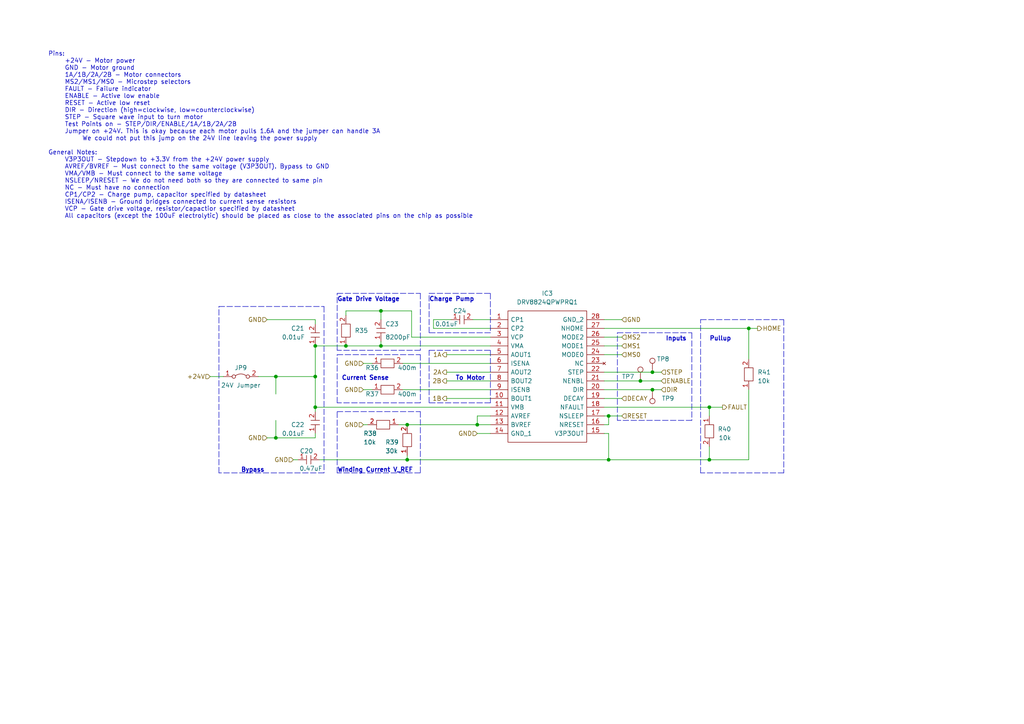
<source format=kicad_sch>
(kicad_sch (version 20211123) (generator eeschema)
  (paper "A4")
  (title_block (title "Stepper Subsystem") (company "The Great Gambit"))
  (lib_symbols
    (symbol "C1210C822K2RACAUTO:C1210C822K2RACAUTO" (pin_names (offset 0.762))
      (property "Reference" "C" (at 8.89 6.35 0))
      (property "Value" "C1210C822K2RACAUTO" (at 8.89 3.81 0))
      (symbol "C1210C822K2RACAUTO_0_0"
        (pin passive line (at 0 0 0) (length 2.45) (name "~") (number "1"))
        (pin passive line (at 6.35 0 180) (length 2.45) (name "~") (number "2"))
      )
      (symbol "C1210C822K2RACAUTO_0_1"
        (polyline (pts (xy 2.54 1.27) (xy 2.54 -1.27)) (stroke (width 0.1524)))
        (polyline (pts (xy 3.81 1.27) (xy 3.81 -1.27)) (stroke (width 0.1524)))
      )
    )
    (symbol "C1812X474K2RACAUTO:C1812X474K2RACAUTO" (pin_names (offset 0.762))
      (property "Reference" "C" (at 8.89 6.35 0))
      (property "Value" "C1812X474K2RACAUTO" (at 8.89 3.81 0))
      (symbol "C1812X474K2RACAUTO_0_0"
        (pin passive line (at 0 0 0) (length 2.45) (name "~") (number "1"))
        (pin passive line (at 6.35 0 180) (length 2.45) (name "~") (number "2"))
      )
      (symbol "C1812X474K2RACAUTO_0_1"
        (polyline (pts (xy 2.54 1.27) (xy 2.54 -1.27)) (stroke (width 0.1524)))
        (polyline (pts (xy 3.81 1.27) (xy 3.81 -1.27)) (stroke (width 0.1524)))
      )
    )
    (symbol "Connector:TestPoint" (pin_numbers hide) (pin_names (offset 0.762) hide)
      (property "Reference" "TP" (at 0 6.858 0))
      (property "Value" "TestPoint" (at 0 5.08 0))
      (symbol "TestPoint_0_1"
        (circle (center 0 3.302) (radius 0.762))
      )
      (symbol "TestPoint_1_1"
        (pin passive line (at 0 0 90) (length 2.54) (name "1") (number "1"))
      )
    )
    (symbol "DRV8824QPWPRQ1:DRV8824QPWPRQ1" (pin_names (offset 0.762))
      (property "Reference" "IC" (at 29.21 7.62 0))
      (property "Value" "DRV8824QPWPRQ1" (at 29.21 5.08 0))
      (symbol "DRV8824QPWPRQ1_0_0"
        (pin passive line (at 0 0 0) (length 5.08) (name "CP1") (number "1"))
        (pin passive line (at 0 -22.86 0) (length 5.08) (name "BOUT1") (number "10"))
        (pin passive line (at 0 -25.4 0) (length 5.08) (name "VMB") (number "11"))
        (pin passive line (at 0 -27.94 0) (length 5.08) (name "AVREF") (number "12"))
        (pin passive line (at 0 -30.48 0) (length 5.08) (name "BVREF") (number "13"))
        (pin passive line (at 0 -33.02 0) (length 5.08) (name "GND_1") (number "14"))
        (pin passive line (at 33.02 -33.02 180) (length 5.08) (name "V3P3OUT") (number "15"))
        (pin passive line (at 33.02 -30.48 180) (length 5.08) (name "NRESET") (number "16"))
        (pin passive line (at 33.02 -27.94 180) (length 5.08) (name "NSLEEP") (number "17"))
        (pin passive line (at 33.02 -25.4 180) (length 5.08) (name "NFAULT") (number "18"))
        (pin passive line (at 33.02 -22.86 180) (length 5.08) (name "DECAY") (number "19"))
        (pin passive line (at 0 -2.54 0) (length 5.08) (name "CP2") (number "2"))
        (pin passive line (at 33.02 -20.32 180) (length 5.08) (name "DIR") (number "20"))
        (pin passive line (at 33.02 -17.78 180) (length 5.08) (name "NENBL") (number "21"))
        (pin passive line (at 33.02 -15.24 180) (length 5.08) (name "STEP") (number "22"))
        (pin no_connect line (at 33.02 -12.7 180) (length 5.08) (name "NC") (number "23"))
        (pin passive line (at 33.02 -10.16 180) (length 5.08) (name "MODE0") (number "24"))
        (pin passive line (at 33.02 -7.62 180) (length 5.08) (name "MODE1") (number "25"))
        (pin passive line (at 33.02 -5.08 180) (length 5.08) (name "MODE2") (number "26"))
        (pin passive line (at 33.02 -2.54 180) (length 5.08) (name "NHOME") (number "27"))
        (pin passive line (at 33.02 0 180) (length 5.08) (name "GND_2") (number "28"))
        (pin passive line (at 0 -5.08 0) (length 5.08) (name "VCP") (number "3"))
        (pin passive line (at 0 -7.62 0) (length 5.08) (name "VMA") (number "4"))
        (pin passive line (at 0 -10.16 0) (length 5.08) (name "AOUT1") (number "5"))
        (pin passive line (at 0 -12.7 0) (length 5.08) (name "ISENA") (number "6"))
        (pin passive line (at 0 -15.24 0) (length 5.08) (name "AOUT2") (number "7"))
        (pin passive line (at 0 -17.78 0) (length 5.08) (name "BOUT2") (number "8"))
        (pin passive line (at 0 -20.32 0) (length 5.08) (name "ISENB") (number "9"))
      )
      (symbol "DRV8824QPWPRQ1_0_1"
        (polyline (pts (xy 5.08 2.54) (xy 27.94 2.54) (xy 27.94 -35.56) (xy 5.08 -35.56) (xy 5.08 2.54)) (stroke (width 0.1524)))
      )
    )
    (symbol "ERJ-PB6B3002V:ERJ-PB6B3002V" (pin_names (offset 0.762))
      (property "Reference" "R" (at 13.97 6.35 0))
      (property "Value" "ERJ-PB6B3002V" (at 13.97 3.81 0))
      (symbol "ERJ-PB6B3002V_0_0"
        (pin passive line (at 0 0 0) (length 2.45) (name "~") (number "1"))
        (pin passive line (at 8.89 0 180) (length 2.45) (name "~") (number "2"))
      )
      (symbol "ERJ-PB6B3002V_0_1"
        (polyline (pts (xy 2.54 1.27) (xy 6.35 1.27) (xy 6.35 -1.27) (xy 2.54 -1.27) (xy 2.54 1.27)) (stroke (width 0.1524)))
      )
    )
    (symbol "GRM033R61A103KA01D:GRM033R61A103KA01D" (pin_names (offset 0.762))
      (property "Reference" "C" (at 8.89 6.35 0))
      (property "Value" "GRM033R61A103KA01D" (at 8.89 3.81 0))
      (symbol "GRM033R61A103KA01D_0_0"
        (pin passive line (at 0 0 0) (length 2.45) (name "~") (number "1"))
        (pin passive line (at 6.35 0 180) (length 2.45) (name "~") (number "2"))
      )
      (symbol "GRM033R61A103KA01D_0_1"
        (polyline (pts (xy 2.54 1.27) (xy 2.54 -1.27)) (stroke (width 0.1524)))
        (polyline (pts (xy 3.81 1.27) (xy 3.81 -1.27)) (stroke (width 0.1524)))
      )
    )
    (symbol "Jumper:Jumper_2_Bridged" (pin_names (offset 0) hide)
      (property "Reference" "JP" (at 0 1.905 0))
      (property "Value" "Jumper_2_Bridged" (at 0 -2.54 0))
      (symbol "Jumper_2_Bridged_0_0"
        (circle (center -2.032 0) (radius 0.508))
        (circle (center 2.032 0) (radius 0.508))
      )
      (symbol "Jumper_2_Bridged_0_1"
        (arc (start 1.524 0.254) (mid 0 0.762) (end -1.524 0.254))
      )
      (symbol "Jumper_2_Bridged_1_1"
        (pin passive line (at -5.08 0 0) (length 2.54) (name "A") (number "1"))
        (pin passive line (at 5.08 0 180) (length 2.54) (name "B") (number "2"))
      )
    )
    (symbol "RMCF1206FT10K0:10k" (pin_names (offset 0.762))
      (property "Reference" "R" (at 13.97 6.35 0))
      (property "Value" "10k" (at 13.97 3.81 0))
      (symbol "10k_0_0"
        (pin passive line (at 0 0 0) (length 2.45) (name "~") (number "1"))
        (pin passive line (at 8.89 0 180) (length 2.45) (name "~") (number "2"))
      )
      (symbol "10k_0_1"
        (polyline (pts (xy 2.54 1.27) (xy 6.35 1.27) (xy 6.35 -1.27) (xy 2.54 -1.27) (xy 2.54 1.27)) (stroke (width 0.1524)))
      )
    )
    (symbol "TNPV08051M00BEEA:TNPV08051M00BEEA" (pin_names (offset 0.762))
      (property "Reference" "R" (at 13.97 6.35 0))
      (symbol "TNPV08051M00BEEA_0_0"
        (pin passive line (at 0 0 0) (length 2.45) (name "~") (number "1"))
        (pin passive line (at 8.89 0 180) (length 2.45) (name "~") (number "2"))
      )
      (symbol "TNPV08051M00BEEA_0_1"
        (polyline (pts (xy 2.54 1.27) (xy 6.35 1.27) (xy 6.35 -1.27) (xy 2.54 -1.27) (xy 2.54 1.27)) (stroke (width 0.1524)))
      )
    )
    (symbol "WSL2010R4000FEA:WSL2010R4000FEA" (pin_names (offset 0.762))
      (property "Reference" "R" (at 13.97 6.35 0))
      (property "Value" "WSL2010R4000FEA" (at 13.97 3.81 0))
      (symbol "WSL2010R4000FEA_0_0"
        (pin passive line (at 0 0 0) (length 2.45) (name "~") (number "1"))
        (pin passive line (at 8.89 0 180) (length 2.45) (name "~") (number "2"))
      )
      (symbol "WSL2010R4000FEA_0_1"
        (polyline (pts (xy 2.54 1.27) (xy 6.35 1.27) (xy 6.35 -1.27) (xy 2.54 -1.27) (xy 2.54 1.27)) (stroke (width 0.1524)))
      )
    )
  )
  (junction (at 80.01 127))
  (junction (at 110.49 100.33))
  (junction (at 176.53 133.35))
  (junction (at 217.17 95.25))
  (junction (at 118.11 123.19))
  (junction (at 205.74 133.35))
  (junction (at 110.49 90.17))
  (junction (at 91.44 109.22))
  (junction (at 91.44 118.11))
  (junction (at 138.43 123.19))
  (junction (at 205.74 118.11))
  (junction (at 189.23 107.95))
  (junction (at 176.53 120.65))
  (junction (at 118.11 133.35))
  (junction (at 189.23 113.03))
  (junction (at 100.33 100.33))
  (junction (at 80.01 109.22))
  (junction (at 185.7502 110.49))
  (junction (at 91.44 100.33))
  (wire (pts (xy 118.11 123.19) (xy 138.43 123.19)))
  (polyline (pts (xy 121.92 85.09) (xy 121.92 101.6)))
  (wire (pts (xy 175.26 110.49) (xy 185.7502 110.49)))
  (wire (pts (xy 175.26 100.33) (xy 180.34 100.33)))
  (polyline (pts (xy 203.2 92.71) (xy 227.33 92.71)))
  (wire (pts (xy 125.73 95.25) (xy 142.24 95.25)))
  (wire (pts (xy 205.74 133.35) (xy 217.17 133.35)))
  (polyline (pts (xy 97.79 102.87) (xy 121.92 102.87)))
  (polyline (pts (xy 142.24 116.84) (xy 124.46 116.84)))
  (wire (pts (xy 105.41 105.41) (xy 107.95 105.41)))
  (wire (pts (xy 129.54 107.95) (xy 142.24 107.95)))
  (wire (pts (xy 80.01 127) (xy 91.44 127)))
  (wire (pts (xy 189.23 113.03) (xy 191.77 113.03)))
  (wire (pts (xy 175.26 102.87) (xy 180.34 102.87)))
  (wire (pts (xy 175.26 123.19) (xy 176.53 123.19)))
  (polyline (pts (xy 97.79 137.16) (xy 97.79 119.38)))
  (wire (pts (xy 60.96 109.22) (xy 64.77 109.22)))
  (wire (pts (xy 91.44 125.73) (xy 91.44 127)))
  (wire (pts (xy 105.41 123.19) (xy 106.68 123.19)))
  (polyline (pts (xy 124.46 101.6) (xy 142.24 101.6)))
  (polyline (pts (xy 142.24 96.52) (xy 124.46 96.52)))
  (wire (pts (xy 176.53 133.35) (xy 205.74 133.35)))
  (wire (pts (xy 205.74 120.65) (xy 205.74 118.11)))
  (wire (pts (xy 175.26 115.57) (xy 180.34 115.57)))
  (polyline (pts (xy 63.5 137.16) (xy 63.5 88.9)))
  (polyline (pts (xy 200.66 96.52) (xy 200.66 121.92)))
  (polyline (pts (xy 203.2 137.16) (xy 203.2 92.71)))
  (wire (pts (xy 91.44 109.22) (xy 91.44 100.33)))
  (wire (pts (xy 110.49 90.17) (xy 110.49 92.71)))
  (polyline (pts (xy 227.33 137.16) (xy 203.2 137.16)))
  (wire (pts (xy 118.11 133.35) (xy 176.53 133.35)))
  (wire (pts (xy 175.26 107.95) (xy 189.23 107.95)))
  (wire (pts (xy 74.93 109.22) (xy 80.01 109.22)))
  (wire (pts (xy 91.44 92.71) (xy 91.44 93.98)))
  (wire (pts (xy 175.26 95.25) (xy 217.17 95.25)))
  (wire (pts (xy 85.09 133.35) (xy 86.36 133.35)))
  (wire (pts (xy 138.43 123.19) (xy 138.43 120.65)))
  (wire (pts (xy 175.26 97.79) (xy 180.34 97.79)))
  (wire (pts (xy 137.16 92.71) (xy 142.24 92.71)))
  (wire (pts (xy 217.17 95.25) (xy 217.17 104.14)))
  (wire (pts (xy 118.11 132.08) (xy 118.11 133.35)))
  (wire (pts (xy 125.73 92.71) (xy 130.81 92.71)))
  (wire (pts (xy 129.54 110.49) (xy 142.24 110.49)))
  (polyline (pts (xy 93.98 137.16) (xy 63.5 137.16)))
  (polyline (pts (xy 227.33 92.71) (xy 227.33 137.16)))
  (wire (pts (xy 138.43 120.65) (xy 142.24 120.65)))
  (wire (pts (xy 91.44 109.22) (xy 91.44 118.11)))
  (wire (pts (xy 80.01 121.92) (xy 80.01 127)))
  (polyline (pts (xy 179.07 121.92) (xy 179.07 96.52)))
  (wire (pts (xy 100.33 90.17) (xy 100.33 91.44)))
  (polyline (pts (xy 200.66 121.92) (xy 179.07 121.92)))
  (polyline (pts (xy 97.79 85.09) (xy 121.92 85.09)))
  (polyline (pts (xy 142.24 101.6) (xy 142.24 116.84)))
  (wire (pts (xy 91.44 100.33) (xy 100.33 100.33)))
  (polyline (pts (xy 63.5 88.9) (xy 93.98 88.9)))
  (polyline (pts (xy 97.79 101.6) (xy 97.79 85.09)))
  (wire (pts (xy 115.57 123.19) (xy 118.11 123.19)))
  (polyline (pts (xy 142.24 85.09) (xy 142.24 96.52)))
  (polyline (pts (xy 124.46 116.84) (xy 124.46 101.6)))
  (wire (pts (xy 175.26 118.11) (xy 205.74 118.11)))
  (polyline (pts (xy 93.98 88.9) (xy 93.98 137.16)))
  (wire (pts (xy 129.54 115.57) (xy 142.24 115.57)))
  (wire (pts (xy 175.26 125.73) (xy 176.53 125.73)))
  (wire (pts (xy 105.41 113.03) (xy 107.95 113.03)))
  (wire (pts (xy 80.01 109.22) (xy 91.44 109.22)))
  (wire (pts (xy 138.43 123.19) (xy 142.24 123.19)))
  (wire (pts (xy 116.84 113.03) (xy 142.24 113.03)))
  (wire (pts (xy 176.53 120.65) (xy 180.34 120.65)))
  (polyline (pts (xy 124.46 85.09) (xy 142.24 85.09)))
  (wire (pts (xy 217.17 113.03) (xy 217.17 133.35)))
  (polyline (pts (xy 97.79 116.84) (xy 97.79 102.87)))
  (wire (pts (xy 110.49 99.06) (xy 110.49 100.33)))
  (wire (pts (xy 176.53 125.73) (xy 176.53 133.35)))
  (wire (pts (xy 119.38 97.79) (xy 119.38 90.17)))
  (wire (pts (xy 205.74 118.11) (xy 209.55 118.11)))
  (wire (pts (xy 91.44 119.38) (xy 91.44 118.11)))
  (wire (pts (xy 180.34 92.71) (xy 175.26 92.71)))
  (polyline (pts (xy 121.92 137.16) (xy 97.79 137.16)))
  (polyline (pts (xy 121.92 101.6) (xy 97.79 101.6)))
  (wire (pts (xy 189.23 107.95) (xy 191.77 107.95)))
  (polyline (pts (xy 121.92 119.38) (xy 121.92 137.16)))
  (polyline (pts (xy 121.92 102.87) (xy 121.92 116.84)))
  (wire (pts (xy 92.71 133.35) (xy 118.11 133.35)))
  (wire (pts (xy 77.47 92.71) (xy 91.44 92.71)))
  (polyline (pts (xy 97.79 119.38) (xy 121.92 119.38)))
  (wire (pts (xy 80.01 109.22) (xy 80.01 114.3)))
  (wire (pts (xy 129.54 102.87) (xy 142.24 102.87)))
  (wire (pts (xy 77.47 127) (xy 80.01 127)))
  (wire (pts (xy 142.24 118.11) (xy 91.44 118.11)))
  (wire (pts (xy 175.26 120.65) (xy 176.53 120.65)))
  (wire (pts (xy 119.38 97.79) (xy 142.24 97.79)))
  (wire (pts (xy 110.49 100.33) (xy 142.24 100.33)))
  (wire (pts (xy 116.84 105.41) (xy 142.24 105.41)))
  (wire (pts (xy 217.17 95.25) (xy 219.71 95.25)))
  (polyline (pts (xy 124.46 96.52) (xy 124.46 85.09)))
  (wire (pts (xy 100.33 90.17) (xy 110.49 90.17)))
  (wire (pts (xy 176.53 120.65) (xy 176.53 123.19)))
  (polyline (pts (xy 179.07 96.52) (xy 200.66 96.52)))
  (wire (pts (xy 205.74 129.54) (xy 205.74 133.35)))
  (wire (pts (xy 175.26 113.03) (xy 189.23 113.03)))
  (polyline (pts (xy 121.92 116.84) (xy 97.79 116.84)))
  (wire (pts (xy 138.43 125.73) (xy 142.24 125.73)))
  (wire (pts (xy 100.33 100.33) (xy 110.49 100.33)))
  (wire (pts (xy 125.73 95.25) (xy 125.73 92.71)))
  (wire (pts (xy 185.7502 110.49) (xy 191.77 110.49)))
  (wire (pts (xy 110.49 90.17) (xy 119.38 90.17)))
  (text "Pullup" (at 205.74 99.06 0) (effects (font (size 1.27 1.27) bold) (justify left bottom)))
  (text "Pins:\n	+24V - Motor power\n	GND - Motor ground\n	1A/1B/2A/2B - Motor connectors\n	MS2/MS1/MS0 - Microstep selectors\n	FAULT - Failure indicator\n	ENABLE - Active low enable\n	RESET - Active low reset\n	DIR - Direction (high=clockwise, low=counterclockwise)\n	STEP - Square wave input to turn motor\n	Test Points on - STEP/DIR/ENABLE/1A/1B/2A/2B\n	Jumper on +24V. This is okay because each motor pulls 1.6A and the jumper can handle 3A\n		We could not put this jump on the 24V line leaving the power supply\n\nGeneral Notes:\n	V3P3OUT - Stepdown to +3.3V from the +24V power supply\n	AVREF/BVREF - Must connect to the same voltage (V3P3OUT). Bypass to GND\n	VMA/VMB - Must connect to the same voltage\n	NSLEEP/NRESET - We do not need both so they are connected to same pin\n	NC - Must have no connection\n	CP1/CP2 - Charge pump, capacitor specified by datasheet\n	ISENA/ISENB - Ground bridges connected to current sense resistors\n	VCP - Gate drive voltage, resistor/capactior specified by datasheet\n	All capacitors (except the 100uF electrolytic) should be placed as close to the associated pins on the chip as possible" (at 13.97 63.5 0) (effects (font (size 1.27 1.27)) (justify left bottom)))
  (text "Charge Pump" (at 124.46 87.63 0) (effects (font (size 1.27 1.27) bold) (justify left bottom)))
  (text "Winding Current V_REF" (at 97.79 137.16 0) (effects (font (size 1.27 1.27) bold) (justify left bottom)))
  (text "To Motor" (at 132.08 110.49 0) (effects (font (size 1.27 1.27) bold) (justify left bottom)))
  (text "Current Sense" (at 99.06 110.49 0) (effects (font (size 1.27 1.27) bold) (justify left bottom)))
  (text "Gate Drive Voltage" (at 97.79 87.63 0) (effects (font (size 1.27 1.27) bold) (justify left bottom)))
  (text "Inputs" (at 193.04 99.06 0) (effects (font (size 1.27 1.27) bold) (justify left bottom)))
  (text "Bypass" (at 69.85 137.16 0) (effects (font (size 1.27 1.27) (thickness 0.254) bold) (justify left bottom)))
  (hierarchical_label "GND" (shape input) (at 105.41 105.41 180))
  (hierarchical_label "GND" (shape input) (at 85.09 133.35 180))
  (hierarchical_label "DECAY" (shape input) (at 180.34 115.57 0))
  (hierarchical_label "GND" (shape input) (at 77.47 92.71 180))
  (hierarchical_label "STEP" (shape input) (at 191.77 107.95 0))
  (hierarchical_label "+24V" (shape input) (at 60.96 109.22 180))
  (hierarchical_label "1A" (shape output) (at 129.54 102.87 180))
  (hierarchical_label "GND" (shape input) (at 105.41 113.03 180))
  (hierarchical_label "2A" (shape output) (at 129.54 107.95 180))
  (hierarchical_label "GND" (shape input) (at 138.43 125.73 180))
  (hierarchical_label "1B" (shape output) (at 129.54 115.57 180))
  (hierarchical_label "MS2" (shape input) (at 180.34 97.79 0))
  (hierarchical_label "GND" (shape input) (at 105.41 123.19 180))
  (hierarchical_label "FAULT" (shape output) (at 209.55 118.11 0))
  (hierarchical_label "DIR" (shape input) (at 191.77 113.03 0))
  (hierarchical_label "MS1" (shape input) (at 180.34 100.33 0))
  (hierarchical_label "RESET" (shape input) (at 180.34 120.65 0))
  (hierarchical_label "HOME" (shape output) (at 219.71 95.25 0))
  (hierarchical_label "GND" (shape input) (at 77.47 127 180))
  (hierarchical_label "ENABLE" (shape input) (at 191.77 110.49 0))
  (hierarchical_label "2B" (shape output) (at 129.54 110.49 180))
  (hierarchical_label "GND" (shape input) (at 180.34 92.71 0))
  (hierarchical_label "MS0" (shape input) (at 180.34 102.87 0))
  (symbol (lib_id "C1812X474K2RACAUTO:C1812X474K2RACAUTO") (at 86.36 133.35 0) (unit 1)
    (property "Reference" "C20" (at 88.9 130.81 0))
    (property "Value" "0.47uF" (at 90.17 135.89 0))
    (property "Footprint" "C1812X474K2RACAUTO:C1812_FT" (effects hide))
    (property "Datasheet" "https://content.kemet.com/datasheets/KEM_C1078_X7R_FT-CAP_AUTO_SMD.pdf" (effects hide))
    (property "Manufacturer's Part Number" "C1812X474K2RACAUTO" (effects hide))
    (property "Digikey Part Number" "399-C1812X474K2RACAUTOCT-ND" (effects hide))
    (property "Mouser Part Number" "80-C1812X474K2RAUTO" (effects hide))
    (property "Digikey link" "https://www.digikey.com/en/products/detail/kemet/C1812X474K2RACAUTO/16524871?s=N4IgTCBcDaIMIEYAcCwA0AsB2DBpMASgIJxECqAKgPIAEIAugL5A" (effects hide))
    (property "Mouser link" "https://www.mouser.com/ProductDetail/KEMET/C1812X474K2RACAUTO?qs=ds50AKTGxA83cwzvgPK8QA%3D%3D" (effects hide))
  )
  (symbol (lib_id "GRM033R61A103KA01D:GRM033R61A103KA01D") (at 91.44 125.73 90) (unit 1)
    (property "Reference" "C22" (at 86.36 123.19 90))
    (property "Value" "0.01uF" (at 85.09 125.73 90))
    (property "Footprint" "CAPC0603X33N" (effects hide))
    (property "Datasheet" "https://datasheet.datasheetarchive.com/originals/distributors/Datasheets_SAMA/ec4f1577dddcc7a13ddad897a28002d3.pdf" (effects hide))
    (property "Mouser Part Number" "81-GRM033R61A103KA01" (effects hide))
    (property "Manufacturer's Part Number" "GRM033R61A103KA01D" (effects hide))
    (property "Digikey Part Number" "490-3166-1-ND" (effects hide))
    (property "Digikey link" "https://www.digikey.com/en/products/detail/murata-electronics/GRM033R61A103KA01D/702432" (effects hide))
    (property "Mouser link" "https://www.mouser.com/ProductDetail/Murata-Electronics/GRM033R61A103KA01D?qs=n0ZOokSuyymK0tcM0rLe7Q%3D%3D" (effects hide))
    (property "Description" "Multilayer Ceramic Capacitors MLCC - SMD/SMT 0201 0.01uF 10volts X5R 10%" (effects hide))
    (property "Height" "0.33" (effects hide))
    (property "Mouser Price/Stock" "https://www.mouser.co.uk/ProductDetail/Murata-Electronics/GRM033R61A103KA01D?qs=n0ZOokSuyymK0tcM0rLe7Q%3D%3D" (effects hide))
    (property "Manufacturer_Name" "Murata Electronics" (effects hide))
    (property "Manufacturer_Part_Number" "GRM033R61A103KA01D" (effects hide))
  )
  (symbol (lib_id "ERJ-PB6B3002V:ERJ-PB6B3002V") (at 118.11 132.08 90) (unit 1)
    (property "Reference" "R39" (at 111.76 128.27 90) (effects (justify right)))
    (property "Value" "30k" (at 111.76 130.81 90) (effects (justify right)))
    (property "Footprint" "ERJ-PB6B3002V:RESC2012X70N" (effects hide))
    (property "Datasheet" "https://componentsearchengine.com/Datasheets/1/ERJ-PB6B3002V.pdf" (effects hide))
    (property "Manufacturer's Part Number" "ERJ-PB6B3002V" (effects hide))
    (property "Digikey Part Number" "P20760CT-ND" (effects hide))
    (property "Mouser Part Number" "667-ERJ-PB6B3002V" (effects hide))
    (property "Digikey link" "https://www.digikey.com/en/products/detail/panasonic-electronic-components/ERJ-PB6B3002V/6213543?s=N4IgTCBcDaIAQFEBKApAtABQEIDYsGYAGQsANRAF0BfIA" (effects hide))
    (property "Mouser link" "https://www.mouser.com/ProductDetail/Panasonic/ERJ-PB6B3002V?qs=sGAEpiMZZMtlubZbdhIBIMNI7sOfyRuJNHbwN0luP1g%3D" (effects hide))
  )
  (symbol (lib_id "Connector:TestPoint") (at 189.23 107.95 0) (unit 1)
    (property "Reference" "TP8" (at 190.5 104.14 0) (effects (justify left)))
    (property "Value" "TestPoint" (effects hide))
    (property "Footprint" "TestPoint:TestPoint_Keystone_5010-5014_Multipurpose" (effects hide))
    (property "Digikey Part Number" "36-5010-ND" (effects hide))
    (property "Digikey link" "https://www.digikey.com/en/products/detail/keystone-electronics/5010/255332" (effects hide))
    (property "Manufacturer's Part Number" "5010" (effects hide))
    (property "Mouser Part Number" "534-5010" (effects hide))
    (property "Mouser link" "https://www.mouser.com/ProductDetail/Keystone-Electronics/5010?qs=qOqV1E1P08SzD%252BWfk1wMXQ%3D%3D" (effects hide))
  )
  (symbol (lib_id "DRV8824QPWPRQ1:DRV8824QPWPRQ1") (at 142.24 92.71 0) (unit 1)
    (property "Reference" "IC3" (at 158.75 85.09 0))
    (property "Value" "DRV8824QPWPRQ1" (at 158.75 87.63 0))
    (property "Footprint" "DRV8824QPWPRQ1:SOP65P640X120-28N" (effects hide))
    (property "Datasheet" "http://www.ti.com/lit/gpn/drv8824-q1" (effects hide))
    (property "Manufacturer's Part Number" "DRV8824QPWPRQ1" (effects hide))
    (property "Digikey Part Number" "296-45030-1-ND" (effects hide))
    (property "Mouser Part Number" "595-DRV8824QPWPRQ1" (effects hide))
    (property "Digikey link" "https://www.digikey.com/en/products/detail/texas-instruments/DRV8824QPWPRQ1/4832847?s=N4IgTCBcDaICYCcBuAOFYAsBHADgdxwSwEYQBdAXyA" (effects hide))
    (property "Mouser link" "https://www.mouser.com/ProductDetail/Texas-Instruments/DRV8824QPWPRQ1?qs=MJut%252BdqOEgi82YN%2FoMkwBg%3D%3D" (effects hide))
    (property "Manufacturer_Part_Number" "DRV8824QPWPRQ1" (effects hide))
    (property "Mouser Price/Stock" "https://www.mouser.co.uk/ProductDetail/Texas-Instruments/DRV8824QPWPRQ1?qs=MJut%252BdqOEgi82YN%2FoMkwBg%3D%3D" (effects hide))
    (property "Manufacturer_Name" "Texas Instruments" (effects hide))
    (property "Description" "Automotive 1.6A Bipolar Stepper Motor Driver with On-Chip 1/32 Microstepping Indexer (Step/Dir Ctrl)" (effects hide))
  )
  (symbol (lib_id "Jumper:Jumper_2_Bridged") (at 69.85 109.22 0) (unit 1)
    (property "Reference" "JP9" (at 69.85 106.68 0))
    (property "Value" "24V Jumper" (at 69.85 111.76 0))
    (property "Footprint" "TestPoint:TestPoint_2Pads_Pitch2.54mm_Drill0.8mm" (effects hide))
    (property "Manufacturers Part Number" "PH1-02-UA" (effects hide))
    (property "Digikey Part Number" "2057-PH1-02-UA-ND" (effects hide))
    (property "Digikey Link" "https://www.digikey.com/en/products/detail/adam-tech/PH1-02-UA/9830266" (effects hide))
  )
  (symbol (lib_id "TNPV08051M00BEEA:TNPV08051M00BEEA") (at 100.33 100.33 90) (unit 1)
    (property "Reference" "R35" (at 102.87 95.8849 90) (effects (justify right)))
    (property "Value" "1M" (effects hide))
    (property "Footprint" "TNPV08051M00BEEA:TNPV0805180KBEEA" (effects hide))
    (property "Datasheet" "https://www.vishay.com/docs/28881/tnpve3.pdf" (effects hide))
    (property "Manufacturer's Part Number" "TNPV08051M00BEEA" (effects hide))
    (property "Digikey Part Number" "541-TNPV08051M00BEEACT-ND" (effects hide))
    (property "Mouser Part Number" "71-TNPV08051M00BEEA" (effects hide))
    (property "Digikey link" "https://www.digikey.com/en/products/detail/vishay-dale/TNPV08051M00BEEA/15964440?s=N4IgTCBcDaICoDkAKA1ADADjQVgIwFk00AhAUVIEEACEAXQF8g" (effects hide))
    (property "Mouser link" "https://www.mouser.com/ProductDetail/Vishay/TNPV08051M00BEEA?qs=sGAEpiMZZMtlubZbdhIBIJBDgjsVQBFlFxyBWTrJLlg%3D" (effects hide))
  )
  (symbol (lib_id "C1210C822K2RACAUTO:C1210C822K2RACAUTO") (at 110.49 99.06 90) (unit 1)
    (property "Reference" "C23" (at 111.76 93.98 90) (effects (justify right)))
    (property "Value" "8200pF" (at 111.76 97.79 90) (effects (justify right)))
    (property "Footprint" "C1210C822K2RACAUTO:CAPC3225X88N" (effects hide))
    (property "Datasheet" "https://content.kemet.com/datasheets/KEM_C1023_X7R_AUTO_SMD.pdf" (effects hide))
    (property "Manufacturer's Part Number" "C1210C822K2RACAUTO" (effects hide))
    (property "Digikey Part Number" "399-C1210C822K2RACAUTOCT-ND" (effects hide))
    (property "Mouser Part Number" "80-C1210C822K2RAUTO" (effects hide))
    (property "Digikey link" "https://www.digikey.com/en/products/detail/kemet/C1210C822K2RACAUTO/16524786?s=N4IgTCBcDaIMIEYwIAxwBxjAaTAJQEE4CBVAFQHkACEAXQF8g" (effects hide))
    (property "Mouser link" "https://www.mouser.com/ProductDetail/KEMET/C1210C822K2RACAUTO?qs=sGAEpiMZZMukHu%252BjC5l7YfRfrXj%2FJXIdfvr9FKYreLc%3D" (effects hide))
  )
  (symbol (lib_id "Connector:TestPoint") (at 189.23 113.03 180) (unit 1)
    (property "Reference" "TP9" (at 195.58 115.57 0) (effects (justify left)))
    (property "Value" "TestPoint" (effects hide))
    (property "Footprint" "TestPoint:TestPoint_Keystone_5010-5014_Multipurpose" (effects hide))
    (property "Digikey Part Number" "36-5010-ND" (effects hide))
    (property "Digikey link" "https://www.digikey.com/en/products/detail/keystone-electronics/5010/255332" (effects hide))
    (property "Manufacturer's Part Number" "5010" (effects hide))
    (property "Mouser Part Number" "534-5010" (effects hide))
    (property "Mouser link" "https://www.mouser.com/ProductDetail/Keystone-Electronics/5010?qs=qOqV1E1P08SzD%252BWfk1wMXQ%3D%3D" (effects hide))
  )
  (symbol (lib_id "RMCF1206FT10K0:10k") (at 205.74 120.65 270) (unit 1)
    (property "Reference" "R40" (at 212.09 124.46 90) (effects (justify right)))
    (property "Value" "10k" (at 212.09 127 90) (effects (justify right)))
    (property "Footprint" "RMCF1206FT10K0:RMCF1206FT10K0" (effects hide))
    (property "Datasheet" "https://www.seielect.com/catalog/sei-rmcf_rmcp.pdf" (effects hide))
    (property "Manufacturer's Part Number" "RMCF1206FT10K0" (effects hide))
    (property "Digikey Part Number" "RMCF1206FT10K0CT-ND" (effects hide))
    (property "Digikey link" "https://www.digikey.com/en/products/detail/stackpole-electronics-inc/RMCF1206FT10K0/1759669" (effects hide))
  )
  (symbol (lib_id "WSL2010R4000FEA:WSL2010R4000FEA") (at 107.95 105.41 0) (unit 1)
    (property "Reference" "R36" (at 107.95 106.68 0))
    (property "Value" "400m" (at 118.11 106.68 0))
    (property "Footprint" "WSL2010R4000FEA:RESC5025X88N" (effects hide))
    (property "Manufacturer's Part Number" "WSL2010R4000FEA" (effects hide))
    (property "Digikey Part Number" "WSLE-.40CT-ND" (effects hide))
    (property "Mouser Part Number" "71-WSL2010R4000FEA" (effects hide))
    (property "Digikey link" "https://www.digikey.com/en/products/detail/vishay-dale/WSL2010R4000FEA/712548" (effects hide))
    (property "Mouser link" "https://www.mouser.com/ProductDetail/Vishay-Dale/WSL2010R4000FEA?qs=sGAEpiMZZMtlubZbdhIBIKSca06xG7LdOK2%252BQ3kv74w%3D" (effects hide))
  )
  (symbol (lib_id "GRM033R61A103KA01D:GRM033R61A103KA01D") (at 130.81 92.71 0) (unit 1)
    (property "Reference" "C24" (at 133.35 90.17 0))
    (property "Value" "0.01uF" (at 129.54 93.98 0))
    (property "Footprint" "CAPC0603X33N" (effects hide))
    (property "Datasheet" "https://datasheet.datasheetarchive.com/originals/distributors/Datasheets_SAMA/ec4f1577dddcc7a13ddad897a28002d3.pdf" (effects hide))
    (property "Mouser Part Number" "81-GRM033R61A103KA01" (effects hide))
    (property "Manufacturer's Part Number" "GRM033R61A103KA01D" (effects hide))
    (property "Digikey Part Number" "490-3166-1-ND" (effects hide))
    (property "Digikey link" "https://www.digikey.com/en/products/detail/murata-electronics/GRM033R61A103KA01D/702432" (effects hide))
    (property "Mouser link" "https://www.mouser.com/ProductDetail/Murata-Electronics/GRM033R61A103KA01D?qs=n0ZOokSuyymK0tcM0rLe7Q%3D%3D" (effects hide))
    (property "Description" "Multilayer Ceramic Capacitors MLCC - SMD/SMT 0201 0.01uF 10volts X5R 10%" (effects hide))
    (property "Height" "0.33" (effects hide))
    (property "Mouser Price/Stock" "https://www.mouser.co.uk/ProductDetail/Murata-Electronics/GRM033R61A103KA01D?qs=n0ZOokSuyymK0tcM0rLe7Q%3D%3D" (effects hide))
    (property "Manufacturer_Name" "Murata Electronics" (effects hide))
    (property "Manufacturer_Part_Number" "GRM033R61A103KA01D" (effects hide))
  )
  (symbol (lib_id "GRM033R61A103KA01D:GRM033R61A103KA01D") (at 91.44 100.33 90) (unit 1)
    (property "Reference" "C21" (at 86.36 95.25 90))
    (property "Value" "0.01uF" (at 85.09 97.79 90))
    (property "Footprint" "CAPC0603X33N" (effects hide))
    (property "Datasheet" "https://datasheet.datasheetarchive.com/originals/distributors/Datasheets_SAMA/ec4f1577dddcc7a13ddad897a28002d3.pdf" (effects hide))
    (property "Mouser Part Number" "81-GRM033R61A103KA01" (effects hide))
    (property "Manufacturer's Part Number" "GRM033R61A103KA01D" (effects hide))
    (property "Digikey Part Number" "490-3166-1-ND" (effects hide))
    (property "Digikey link" "https://www.digikey.com/en/products/detail/murata-electronics/GRM033R61A103KA01D/702432" (effects hide))
    (property "Mouser link" "https://www.mouser.com/ProductDetail/Murata-Electronics/GRM033R61A103KA01D?qs=n0ZOokSuyymK0tcM0rLe7Q%3D%3D" (effects hide))
    (property "Description" "Multilayer Ceramic Capacitors MLCC - SMD/SMT 0201 0.01uF 10volts X5R 10%" (effects hide))
    (property "Height" "0.33" (effects hide))
    (property "Mouser Price/Stock" "https://www.mouser.co.uk/ProductDetail/Murata-Electronics/GRM033R61A103KA01D?qs=n0ZOokSuyymK0tcM0rLe7Q%3D%3D" (effects hide))
    (property "Manufacturer_Name" "Murata Electronics" (effects hide))
    (property "Manufacturer_Part_Number" "GRM033R61A103KA01D" (effects hide))
  )
  (symbol (lib_id "RMCF1206FT10K0:10k") (at 217.17 113.03 90) (unit 1)
    (property "Reference" "R41" (at 219.71 107.95 90) (effects (justify right)))
    (property "Value" "10k" (at 219.71 110.49 90) (effects (justify right)))
    (property "Footprint" "RMCF1206FT10K0:RMCF1206FT10K0" (effects hide))
    (property "Datasheet" "https://www.seielect.com/catalog/sei-rmcf_rmcp.pdf" (effects hide))
    (property "Manufacturer's Part Number" "RMCF1206FT10K0" (effects hide))
    (property "Digikey Part Number" "RMCF1206FT10K0CT-ND" (effects hide))
    (property "Digikey link" "https://www.digikey.com/en/products/detail/stackpole-electronics-inc/RMCF1206FT10K0/1759669" (effects hide))
  )
  (symbol (lib_id "WSL2010R4000FEA:WSL2010R4000FEA") (at 107.95 113.03 0) (unit 1)
    (property "Reference" "R37" (at 107.95 114.3 0))
    (property "Value" "400m" (at 118.11 114.3 0))
    (property "Footprint" "WSL2010R4000FEA:RESC5025X88N" (effects hide))
    (property "Manufacturer's Part Number" "WSL2010R4000FEA" (effects hide))
    (property "Digikey Part Number" "WSLE-.40CT-ND" (effects hide))
    (property "Mouser Part Number" "71-WSL2010R4000FEA" (effects hide))
    (property "Digikey link" "https://www.digikey.com/en/products/detail/vishay-dale/WSL2010R4000FEA/712548" (effects hide))
    (property "Mouser link" "https://www.mouser.com/ProductDetail/Vishay-Dale/WSL2010R4000FEA?qs=sGAEpiMZZMtlubZbdhIBIKSca06xG7LdOK2%252BQ3kv74w%3D" (effects hide))
  )
  (symbol (lib_id "Connector:TestPoint") (at 185.7502 110.49 0) (unit 1)
    (property "Reference" "TP7" (at 180.34 109.22 0) (effects (justify left)))
    (property "Value" "TestPoint" (effects hide))
    (property "Footprint" "TestPoint:TestPoint_Keystone_5010-5014_Multipurpose" (effects hide))
    (property "Digikey Part Number" "36-5010-ND" (effects hide))
    (property "Digikey link" "https://www.digikey.com/en/products/detail/keystone-electronics/5010/255332" (effects hide))
    (property "Manufacturer's Part Number" "5010" (effects hide))
    (property "Mouser Part Number" "534-5010" (effects hide))
    (property "Mouser link" "https://www.mouser.com/ProductDetail/Keystone-Electronics/5010?qs=qOqV1E1P08SzD%252BWfk1wMXQ%3D%3D" (effects hide))
  )
  (symbol (lib_id "RMCF1206FT10K0:10k") (at 115.57 123.19 180) (unit 1)
    (property "Reference" "R38" (at 105.41 125.73 0) (effects (justify right)))
    (property "Value" "10k" (at 105.41 128.27 0) (effects (justify right)))
    (property "Footprint" "RMCF1206FT10K0:RMCF1206FT10K0" (effects hide))
    (property "Datasheet" "https://www.seielect.com/catalog/sei-rmcf_rmcp.pdf" (effects hide))
    (property "Manufacturer's Part Number" "RMCF1206FT10K0" (effects hide))
    (property "Digikey Part Number" "RMCF1206FT10K0CT-ND" (effects hide))
    (property "Digikey link" "https://www.digikey.com/en/products/detail/stackpole-electronics-inc/RMCF1206FT10K0/1759669" (effects hide))
  )
)
</source>
